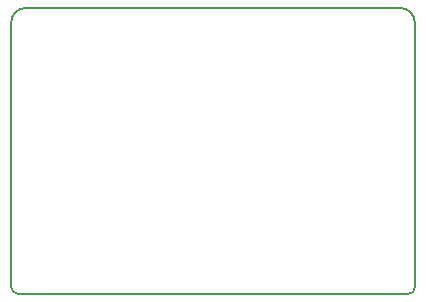
<source format=gm1>
G04*
G04 #@! TF.GenerationSoftware,Altium Limited,Altium Designer,21.9.2 (33)*
G04*
G04 Layer_Color=16711935*
%FSLAX25Y25*%
%MOIN*%
G70*
G04*
G04 #@! TF.SameCoordinates,DD328E7E-2EBA-422F-A0F1-C1AB4A82772B*
G04*
G04*
G04 #@! TF.FilePolarity,Positive*
G04*
G01*
G75*
%ADD33C,0.00600*%
D33*
X-67431Y1969D02*
G03*
X-64961Y-501I2470J0D01*
G01*
X64961D02*
G03*
X67181Y1719I0J2220D01*
G01*
Y89851D02*
G03*
X62181Y94851I-5000J0D01*
G01*
X-62431D02*
G03*
X-67431Y89851I0J-5000D01*
G01*
X-67352Y19955D02*
G03*
X-67431Y19685I422J-270D01*
G01*
X-67352Y19955D02*
G03*
X-67431Y19685I422J-270D01*
G01*
X-64961Y-501D02*
X64961D01*
X67181Y1719D02*
Y89851D01*
X-62431Y94851D02*
X62181D01*
X-67431Y1969D02*
Y89851D01*
M02*

</source>
